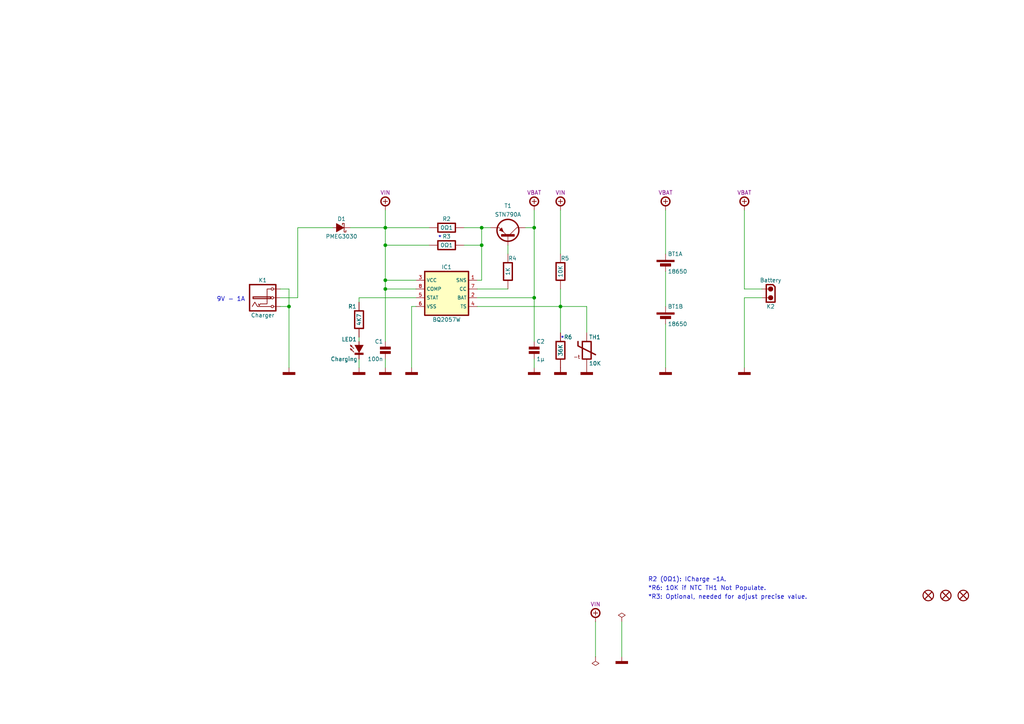
<source format=kicad_sch>
(kicad_sch (version 20211123) (generator eeschema)
  (paper "A4")
  (title_block (title "Charger 2x18650") (date "01/2022") (rev "A") (comment 1 "TBOT - Charger"))
  (lib_symbols
    (symbol "tronixio:BQ2057W" (pin_names (offset 0.5))
      (property "Reference" "IC" (at 0 7.62 0))
      (property "Value" "BQ2057W" (at 0 -7.62 0))
      (symbol "BQ2057W_0_1"
        (rectangle (start -6.35 -6.35) (end 6.35 6.35) (stroke (width 0.4)) (fill (type background)))
      )
      (symbol "BQ2057W_1_1"
        (pin input line (at 8.89 3.81 180) (length 2.54) (name "SNS") (number "1"))
        (pin power_out line (at 8.89 -1.27 180) (length 2.54) (name "BAT") (number "2"))
        (pin power_in line (at -8.89 3.81 0) (length 2.54) (name "VCC") (number "3"))
        (pin input line (at 8.89 -3.81 180) (length 2.54) (name "TS") (number "4"))
        (pin open_collector line (at -8.89 -1.27 0) (length 2.54) (name "STAT") (number "5"))
        (pin power_in line (at -8.89 -3.81 0) (length 2.54) (name "VSS") (number "6"))
        (pin output line (at 8.89 1.27 180) (length 2.54) (name "CC") (number "7"))
        (pin input line (at -8.89 1.27 0) (length 2.54) (name "COMP") (number "8"))
      )
    )
    (symbol "tronixio:C-1206" (pin_numbers hide) (pin_names (offset 0) hide)
      (property "Reference" "C" (at 0.635 2.54 0))
      (property "Value" "C-1206" (at 0.635 -2.54 0))
      (symbol "C-1206_0_1"
        (rectangle (start -1.524 -0.254) (end 1.524 -1.016) (stroke (width 0.001)) (fill (type outline)))
        (rectangle (start -1.524 1.016) (end 1.524 0.254) (stroke (width 0.001)) (fill (type outline)))
      )
      (symbol "C-1206_1_1"
        (pin passive line (at 0 2.54 270) (length 1.905) (name "~") (number "1"))
        (pin passive line (at 0 -2.54 90) (length 1.905) (name "~") (number "2"))
      )
    )
    (symbol "tronixio:CUI-PJ-102AH-TH" (pin_numbers hide) (pin_names (offset 0) hide)
      (property "Reference" "K" (at 0 5.08 0))
      (property "Value" "CUI-PJ-102AH-TH" (at 0 -5.08 0))
      (symbol "CUI-PJ-102AH-TH_0_1"
        (rectangle (start -3.81 -3.81) (end 3.81 3.81) (stroke (width 0.4)))
        (rectangle (start -2.794 0.254) (end 2.286 -0.254) (stroke (width 0.3)))
        (polyline (pts (xy -3.048 -2.54) (xy -2.286 -1.27) (xy -1.524 -2.54) (xy 2.286 -2.54)) (stroke (width 0.2)))
        (polyline (pts (xy -1.27 -1.778) (xy -1.016 -2.286) (xy -0.762 -1.778) (xy 1.27 -1.778) (xy 1.27 2.54) (xy 2.286 2.54)) (stroke (width 0.2)))
        (circle (center 2.794 -2.54) (radius 0.3592) (stroke (width 0.2)))
        (circle (center 2.794 0) (radius 0.3592) (stroke (width 0.2)))
        (circle (center 2.794 2.54) (radius 0.3592) (stroke (width 0.2)))
      )
      (symbol "CUI-PJ-102AH-TH_1_1"
        (pin passive line (at 5.08 0 180) (length 1.905) (name "~") (number "1"))
        (pin passive line (at 5.08 -2.54 180) (length 1.905) (name "~") (number "2"))
        (pin passive line (at 5.08 2.54 180) (length 1.905) (name "~") (number "3"))
      )
    )
    (symbol "tronixio:KEYSTONE-1049" (pin_numbers hide) (pin_names (offset 0) hide)
      (property "Reference" "BT" (at -1.27 2.54 0))
      (property "Value" "KEYSTONE-1049" (at -1.27 -2.54 0))
      (symbol "KEYSTONE-1049_0_1"
        (rectangle (start -2.54 0.762) (end 2.54 0.254) (fill (type outline)))
        (rectangle (start -1.524 -0.254) (end 1.524 -1.016) (fill (type outline)))
      )
      (symbol "KEYSTONE-1049_1_1"
        (pin passive line (at 0 -2.54 90) (length 1.905) (name "-") (number "1"))
        (pin passive line (at 0 2.54 270) (length 1.905) (name "+") (number "2"))
      )
      (symbol "KEYSTONE-1049_2_1"
        (pin passive line (at 0 -2.54 90) (length 1.905) (name "-") (number "3"))
        (pin passive line (at 0 2.54 270) (length 1.905) (name "+") (number "4"))
      )
    )
    (symbol "tronixio:LED-1206-PURPLE" (pin_numbers hide) (pin_names (offset 0) hide)
      (property "Reference" "LED" (at 0 -2.54 0))
      (property "Value" "LED-1206-PURPLE" (at 0 -5.08 0))
      (symbol "LED-1206-PURPLE_0_1"
        (rectangle (start -1.27 1.27) (end -0.762 -1.27) (stroke (width 0.001)) (fill (type outline)))
        (polyline (pts (xy 1.524 -1.27) (xy 1.524 1.27) (xy -0.762 0) (xy 1.524 -1.27)) (stroke (width 0.001)) (fill (type outline)))
        (polyline (pts (xy -0.508 1.524) (xy 0.508 2.54) (xy 0.254 2.032) (xy 0 2.286) (xy 0.508 2.54)) (stroke (width 0.2)))
        (polyline (pts (xy 0.508 1.524) (xy 1.524 2.54) (xy 1.27 2.032) (xy 1.016 2.286) (xy 1.524 2.54)) (stroke (width 0.2)))
      )
      (symbol "LED-1206-PURPLE_1_1"
        (pin passive line (at -2.54 0 0) (length 1.27) (name "K") (number "1"))
        (pin passive line (at 2.54 0 180) (length 1.27) (name "A") (number "2"))
      )
    )
    (symbol "tronixio:MOLEX-MINI-SPOX-02-RIGHT-ANGLE" (pin_numbers hide) (pin_names (offset 0) hide)
      (property "Reference" "K" (at 0 2.54 0))
      (property "Value" "MOLEX-MINI-SPOX-02-RIGHT-ANGLE" (at 0 -5.08 0))
      (symbol "MOLEX-MINI-SPOX-02-RIGHT-ANGLE_0_1"
        (circle (center 0 -2.54) (radius 0.635) (stroke (width 0.2)) (fill (type outline)))
        (polyline (pts (xy -1.27 -3.81) (xy 1.27 -3.81) (xy 1.27 0.635) (xy 0.635 1.27) (xy -1.27 1.27) (xy -1.27 -3.81)) (stroke (width 0.4)))
        (circle (center 0 0) (radius 0.635) (stroke (width 0.2)) (fill (type outline)))
      )
      (symbol "MOLEX-MINI-SPOX-02-RIGHT-ANGLE_1_1"
        (pin passive line (at -2.54 0 0) (length 1.905) (name "1") (number "1"))
        (pin passive line (at -2.54 -2.54 0) (length 1.905) (name "2") (number "2"))
      )
    )
    (symbol "tronixio:MOUNTING-HOLE-MASK-3MM" (pin_numbers hide) (pin_names (offset 0) hide)
      (symbol "MOUNTING-HOLE-MASK-3MM_0_1"
        (polyline (pts (xy -1.016 -1.016) (xy 1.016 1.016)) (stroke (width 0.3)))
        (polyline (pts (xy 1.016 -1.016) (xy -1.016 1.016)) (stroke (width 0.3)))
        (circle (center 0 0) (radius 1.524) (stroke (width 0.3)))
      )
    )
    (symbol "tronixio:PMEG3030" (pin_numbers hide) (pin_names (offset 0) hide)
      (property "Reference" "D" (at 0 2.54 0))
      (property "Value" "PMEG3030" (at 0 -2.54 0))
      (symbol "PMEG3030_0_1"
        (polyline (pts (xy 1.524 -1.27) (xy 1.524 1.27) (xy -0.762 0) (xy 1.524 -1.27)) (stroke (width 0.001)) (fill (type outline)))
        (polyline (pts (xy -0.254 -0.762) (xy -0.254 -1.27) (xy -0.762 -1.27) (xy -0.762 1.27) (xy -1.27 1.27) (xy -1.27 0.762)) (stroke (width 0.2)))
      )
      (symbol "PMEG3030_1_1"
        (pin passive line (at -2.54 0 0) (length 1.905) (name "C") (number "1"))
        (pin passive line (at 2.54 0 180) (length 1.27) (name "A") (number "2"))
      )
    )
    (symbol "tronixio:POWER-GND" (power) (pin_numbers hide) (pin_names (offset 0) hide)
      (symbol "POWER-GND_0_1"
        (rectangle (start -1.778 -2.032) (end 1.778 -1.27) (stroke (width 0.001)) (fill (type outline)))
      )
      (symbol "POWER-GND_1_1"
        (pin power_in line (at 0 0 270) (length 1.27) (name "GND") (number "1"))
      )
    )
    (symbol "tronixio:POWER-VBAT" (power) (pin_numbers hide) (pin_names (offset 0) hide)
      (property "Name" "VBAT" (at 0 5.08 0))
      (symbol "POWER-VBAT_0_1"
        (polyline (pts (xy -0.635 2.54) (xy 0.635 2.54)) (stroke (width 0.2)))
        (polyline (pts (xy 0 1.905) (xy 0 3.175)) (stroke (width 0.2)))
        (circle (center 0 2.54) (radius 1.27) (stroke (width 0.4)))
      )
      (symbol "POWER-VBAT_1_1"
        (pin power_in line (at 0 0 90) (length 1.27) (name "VBAT") (number "1"))
      )
    )
    (symbol "tronixio:POWER-VIN" (power) (pin_numbers hide) (pin_names (offset 0) hide)
      (property "Name" "VIN" (at 0 5.08 0))
      (symbol "POWER-VIN_0_1"
        (polyline (pts (xy -0.635 2.54) (xy 0.635 2.54)) (stroke (width 0.2)))
        (polyline (pts (xy 0 1.905) (xy 0 3.175)) (stroke (width 0.2)))
        (circle (center 0 2.54) (radius 1.27) (stroke (width 0.4)))
      )
      (symbol "POWER-VIN_1_1"
        (pin power_in line (at 0 0 90) (length 1.27) (name "VIN") (number "1"))
      )
    )
    (symbol "tronixio:PWR_FLAG" (power) (pin_numbers hide) (pin_names (offset 0) hide)
      (symbol "PWR_FLAG_0_0"
        (pin power_out line (at 0 0 90) (length 0) (name "pwr") (number "1"))
      )
      (symbol "PWR_FLAG_0_1"
        (polyline (pts (xy 0 0) (xy 0 1.27) (xy -1.016 1.905) (xy 0 2.54) (xy 1.016 1.905) (xy 0 1.27)))
      )
    )
    (symbol "tronixio:R-1206" (pin_numbers hide) (pin_names (offset 0) hide)
      (property "Reference" "R" (at 2.54 0 90))
      (property "Value" "R-1206" (at 0 0 90))
      (symbol "R-1206_0_1"
        (rectangle (start -1.27 -2.54) (end 1.27 2.54) (stroke (width 0.4)))
      )
      (symbol "R-1206_1_1"
        (pin passive line (at 0 5.08 270) (length 2.54) (name "~") (number "1"))
        (pin passive line (at 0 -5.08 90) (length 2.54) (name "~") (number "2"))
      )
    )
    (symbol "tronixio:R-1210" (pin_numbers hide) (pin_names (offset 0) hide)
      (property "Reference" "R" (at 2.54 0 90))
      (property "Value" "R-1210" (at 0 0 90))
      (symbol "R-1210_0_1"
        (rectangle (start -1.27 -2.54) (end 1.27 2.54) (stroke (width 0.4)))
      )
      (symbol "R-1210_1_1"
        (pin passive line (at 0 5.08 270) (length 2.54) (name "~") (number "1"))
        (pin passive line (at 0 -5.08 90) (length 2.54) (name "~") (number "2"))
      )
    )
    (symbol "tronixio:STN790A" (pin_numbers hide) (pin_names (offset 0) hide)
      (property "Reference" "Q" (at 5.08 1.27 0))
      (property "Value" "STN790A" (at 5.08 -1.27 0))
      (symbol "STN790A_0_1"
        (polyline (pts (xy 0.635 0.635) (xy 2.54 2.54)))
        (polyline (pts (xy 0.635 -0.635) (xy 2.54 -2.54) (xy 2.54 -2.54)))
        (polyline (pts (xy 1.27 -1.27) (xy 2.54 -1.778) (xy 1.778 -2.54) (xy 1.27 -1.27)) (stroke (width 0.001)) (fill (type outline)))
        (rectangle (start 0 1.905) (end 0.635 -1.905) (stroke (width 0.1)) (fill (type outline)))
        (circle (center 1.778 0) (radius 3.175) (stroke (width 0.4)))
      )
      (symbol "STN790A_1_1"
        (pin input line (at -2.54 0 0) (length 2.54) (name "B") (number "1"))
        (pin passive line (at 2.54 5.08 270) (length 2.54) (name "C") (number "2"))
        (pin passive line (at 2.54 -5.08 90) (length 2.54) (name "E") (number "3"))
      )
    )
    (symbol "tronixio:THERMISTOR-NTC-10K" (pin_numbers hide) (pin_names (offset 0) hide)
      (property "Reference" "TH" (at 1.27 3.81 0))
      (property "Value" "THERMISTOR-NTC-10K" (at 1.27 -3.81 0))
      (symbol "THERMISTOR-NTC-10K_0_0"
        (text "-t" (at -1.905 -1.905 0) (effects (font (size 1 1)) (justify right)))
      )
      (symbol "THERMISTOR-NTC-10K_0_1"
        (rectangle (start -1.27 -2.54) (end 1.27 2.54) (stroke (width 0.4)))
        (polyline (pts (xy -2.54 2.54) (xy -2.54 1.27) (xy 2.54 -1.27)) (stroke (width 0.4)))
      )
      (symbol "THERMISTOR-NTC-10K_1_1"
        (pin passive line (at 0 5.08 270) (length 2.54) (name "~") (number "1"))
        (pin passive line (at 0 -5.08 90) (length 2.54) (name "~") (number "2"))
      )
    )
  )
  (junction (at 111.76 66.04) (diameter 0.9144))
  (junction (at 111.76 83.82) (diameter 0.9144))
  (junction (at 139.7 71.12) (diameter 0.9144))
  (junction (at 83.82 88.9) (diameter 0.9144))
  (junction (at 111.76 81.28) (diameter 0.9144))
  (junction (at 162.56 88.9) (diameter 0.9144))
  (junction (at 111.76 71.12) (diameter 0.9144))
  (junction (at 139.7 66.04) (diameter 0.9144))
  (junction (at 154.94 66.04) (diameter 0.9144))
  (junction (at 154.94 86.36) (diameter 0.9144))
  (wire (pts (xy 162.56 88.9) (xy 170.18 88.9)))
  (wire (pts (xy 170.18 96.52) (xy 170.18 88.9)))
  (wire (pts (xy 86.36 66.04) (xy 86.36 86.36)))
  (wire (pts (xy 139.7 71.12) (xy 139.7 81.28)))
  (wire (pts (xy 104.14 97.79) (xy 104.14 99.06)))
  (wire (pts (xy 215.9 86.36) (xy 220.98 86.36)))
  (wire (pts (xy 138.43 81.28) (xy 139.7 81.28)))
  (wire (pts (xy 138.43 88.9) (xy 162.56 88.9)))
  (wire (pts (xy 111.76 60.96) (xy 111.76 66.04)))
  (wire (pts (xy 111.76 66.04) (xy 111.76 71.12)))
  (wire (pts (xy 111.76 71.12) (xy 111.76 81.28)))
  (wire (pts (xy 101.6 66.04) (xy 111.76 66.04)))
  (wire (pts (xy 111.76 104.14) (xy 111.76 106.68)))
  (wire (pts (xy 215.9 86.36) (xy 215.9 106.68)))
  (wire (pts (xy 119.38 88.9) (xy 119.38 106.68)))
  (wire (pts (xy 120.65 88.9) (xy 119.38 88.9)))
  (wire (pts (xy 111.76 83.82) (xy 120.65 83.82)))
  (wire (pts (xy 111.76 81.28) (xy 111.76 83.82)))
  (wire (pts (xy 120.65 81.28) (xy 111.76 81.28)))
  (wire (pts (xy 138.43 86.36) (xy 154.94 86.36)))
  (wire (pts (xy 81.28 86.36) (xy 86.36 86.36)))
  (wire (pts (xy 154.94 104.14) (xy 154.94 106.68)))
  (wire (pts (xy 138.43 83.82) (xy 147.32 83.82)))
  (wire (pts (xy 193.04 60.96) (xy 193.04 73.66)))
  (wire (pts (xy 134.62 66.04) (xy 139.7 66.04)))
  (wire (pts (xy 139.7 66.04) (xy 142.24 66.04)))
  (wire (pts (xy 193.04 78.74) (xy 193.04 88.9)))
  (wire (pts (xy 162.56 60.96) (xy 162.56 73.66)))
  (wire (pts (xy 152.4 66.04) (xy 154.94 66.04)))
  (wire (pts (xy 215.9 60.96) (xy 215.9 83.82)))
  (wire (pts (xy 154.94 86.36) (xy 154.94 99.06)))
  (wire (pts (xy 111.76 71.12) (xy 124.46 71.12)))
  (wire (pts (xy 172.72 180.34) (xy 172.72 190.5)))
  (wire (pts (xy 104.14 86.36) (xy 104.14 87.63)))
  (wire (pts (xy 147.32 71.12) (xy 147.32 73.66)))
  (wire (pts (xy 215.9 83.82) (xy 220.98 83.82)))
  (wire (pts (xy 193.04 93.98) (xy 193.04 106.68)))
  (wire (pts (xy 86.36 66.04) (xy 96.52 66.04)))
  (wire (pts (xy 81.28 83.82) (xy 83.82 83.82)))
  (wire (pts (xy 83.82 83.82) (xy 83.82 88.9)))
  (wire (pts (xy 83.82 88.9) (xy 83.82 106.68)))
  (wire (pts (xy 81.28 88.9) (xy 83.82 88.9)))
  (wire (pts (xy 180.34 180.34) (xy 180.34 190.5)))
  (wire (pts (xy 134.62 71.12) (xy 139.7 71.12)))
  (wire (pts (xy 139.7 71.12) (xy 139.7 66.04)))
  (wire (pts (xy 162.56 83.82) (xy 162.56 88.9)))
  (wire (pts (xy 162.56 88.9) (xy 162.56 96.52)))
  (wire (pts (xy 120.65 86.36) (xy 104.14 86.36)))
  (wire (pts (xy 154.94 60.96) (xy 154.94 66.04)))
  (wire (pts (xy 154.94 66.04) (xy 154.94 86.36)))
  (wire (pts (xy 104.14 104.14) (xy 104.14 106.68)))
  (wire (pts (xy 111.76 66.04) (xy 124.46 66.04)))
  (wire (pts (xy 111.76 83.82) (xy 111.76 99.06)))
  (text "R2 (0Ω1): ICharge ~1A." (at 187.96 168.91 0) (effects (font (size 1.27 1.27)) (justify left bottom)))
  (text "*" (at 127 69.85 0) (effects (font (size 1.27 1.27)) (justify left bottom)))
  (text "*R3: Optional, needed for adjust precise value." (at 187.96 173.99 0) (effects (font (size 1.27 1.27)) (justify left bottom)))
  (text "9V - 1A" (at 71.12 87.63 180) (effects (font (size 1.27 1.27)) (justify right bottom)))
  (text "*" (at 162.56 99.06 0) (effects (font (size 1.27 1.27)) (justify left bottom)))
  (text "*R6: 10K if NTC TH1 Not Populate." (at 187.96 171.45 0) (effects (font (size 1.27 1.27)) (justify left bottom)))
  (symbol (lib_id "tronixio:R-1206") (at 147.32 78.74 180) (unit 1)
    (property "Reference" "R4" (at 149.86 74.93 0) (effects (font (size 1.15 1.15)) (justify left)))
    (property "Value" "1K" (at 147.32 78.74 90) (effects (font (size 1.15 1.15))))
    (property "Footprint" "tronixio:RESISTOR-1206" (effects hide))
  )
  (symbol (lib_id "tronixio:POWER-GND") (at 162.56 106.68 0) (unit 1)
    (property "Reference" "#PWR010" (effects hide))
    (property "Value" "POWER-GND" (effects hide))
  )
  (symbol (lib_id "tronixio:KEYSTONE-1049") (at 193.04 76.2 0) (unit 1)
    (property "Reference" "BT1" (at 193.675 73.66 0) (effects (font (size 1.15 1.15)) (justify left)))
    (property "Value" "18650" (at 193.675 78.74 0) (effects (font (size 1.15 1.15)) (justify left)))
    (property "Footprint" "tronixio:KEYSTONE-1049" (effects hide))
    (property "Datasheet" "http://www.keyelco.com/product.cfm/product_id/921" (effects hide))
    (property "MOUSER" "534-1049" (effects hide))
  )
  (symbol (lib_id "tronixio:LED-1206-PURPLE") (at 104.14 101.6 90) (unit 1)
    (property "Reference" "LED1" (at 99.06 98.425 90) (effects (font (size 1.15 1.15)) (justify right)))
    (property "Value" "Charging" (at 95.885 104.1399 90) (effects (font (size 1.15 1.15)) (justify right)))
    (property "Footprint" "tronixio:LED-1206" (effects hide))
    (property "Datasheet" "https://www.kingbrightusa.com/images/catalog/SPEC/APTR3216-VFX.pdf" (effects hide))
    (property "MOUSER" "604-APTR3216-VFX" (effects hide))
  )
  (symbol (lib_id "tronixio:CUI-PJ-102AH-TH") (at 76.2 86.36 0) (unit 1)
    (property "Reference" "K1" (at 76.2 81.28 0) (effects (font (size 1.15 1.15))))
    (property "Value" "Charger" (at 76.2 91.44 0) (effects (font (size 1.15 1.15))))
    (property "Footprint" "tronixio:CUI-PJ-102AH" (effects hide))
    (property "Datasheet" "https://www.cuidevices.com/product/interconnect/connectors/dc-power-connectors/jacks/pj-102ah" (effects hide))
    (property "MOUSER" "490-PJ-102AH" (effects hide))
  )
  (symbol (lib_id "tronixio:POWER-VBAT") (at 154.94 60.96 0) (unit 1)
    (property "Reference" "#PWR07" (effects hide))
    (property "Value" "POWER-VBAT" (effects hide))
    (property "Name" "VBAT" (at 154.94 55.88 0) (effects (font (size 1.15 1.15))))
  )
  (symbol (lib_id "tronixio:BQ2057W") (at 129.54 85.09 0) (unit 1)
    (property "Reference" "IC1" (at 129.54 77.47 0) (effects (font (size 1.15 1.15))))
    (property "Value" "BQ2057W" (at 129.54 92.71 0) (effects (font (size 1.15 1.15))))
    (property "Footprint" "tronixio:SOIC-08" (effects hide))
    (property "Datasheet" "https://www.ti.com/product/BQ2057W" (effects hide))
    (property "MOUSER" "595-BQ2057WSN" (effects hide))
  )
  (symbol (lib_id "tronixio:POWER-GND") (at 154.94 106.68 0) (unit 1)
    (property "Reference" "#PWR08" (effects hide))
    (property "Value" "POWER-GND" (effects hide))
  )
  (symbol (lib_id "tronixio:R-1210") (at 129.54 66.04 90) (unit 1)
    (property "Reference" "R2" (at 129.54 63.5 90) (effects (font (size 1.15 1.15))))
    (property "Value" "0Ω1" (at 129.54 66.04 90) (effects (font (size 1.15 1.15))))
    (property "Footprint" "tronixio:RESISTOR-1210" (effects hide))
  )
  (symbol (lib_id "tronixio:KEYSTONE-1049") (at 193.04 91.44 0) (unit 2)
    (property "Reference" "BT1" (at 193.675 88.9 0) (effects (font (size 1.15 1.15)) (justify left)))
    (property "Value" "18650" (at 193.675 93.98 0) (effects (font (size 1.15 1.15)) (justify left)))
    (property "Footprint" "tronixio:KEYSTONE-1049" (effects hide))
    (property "Datasheet" "http://www.keyelco.com/product.cfm/product_id/921" (effects hide))
    (property "MOUSER" "534-1049" (effects hide))
  )
  (symbol (lib_id "tronixio:POWER-VBAT") (at 215.9 60.96 0) (unit 1)
    (property "Reference" "#PWR016" (effects hide))
    (property "Value" "POWER-VBAT" (effects hide))
    (property "Name" "VBAT" (at 215.9 55.88 0) (effects (font (size 1.15 1.15))))
  )
  (symbol (lib_id "tronixio:POWER-GND") (at 193.04 106.68 0) (unit 1)
    (property "Reference" "#PWR015" (effects hide))
    (property "Value" "POWER-GND" (effects hide))
  )
  (symbol (lib_id "tronixio:C-1206") (at 154.94 101.6 0) (unit 1)
    (property "Reference" "C2" (at 155.575 99.06 0) (effects (font (size 1.15 1.15)) (justify left)))
    (property "Value" "1µ" (at 155.575 104.14 0) (effects (font (size 1.15 1.15)) (justify left)))
    (property "Footprint" "tronixio:CAPACITOR-1206" (effects hide))
  )
  (symbol (lib_id "tronixio:POWER-GND") (at 83.82 106.68 0) (unit 1)
    (property "Reference" "#PWR01" (effects hide))
    (property "Value" "POWER-GND" (effects hide))
  )
  (symbol (lib_id "tronixio:POWER-VIN") (at 162.56 60.96 0) (unit 1)
    (property "Reference" "#PWR09" (effects hide))
    (property "Value" "POWER-VCC" (effects hide))
    (property "Name" "VIN" (at 162.56 55.88 0) (effects (font (size 1.15 1.15))))
  )
  (symbol (lib_id "tronixio:MOUNTING-HOLE-MASK-3MM") (at 274.32 172.72 0) (unit 1)
    (property "Reference" "H2" (effects hide))
    (property "Value" "MOUNTING-HOLE-MASK-3MM" (effects hide))
    (property "Footprint" "tronixio:M3-MASK" (effects hide))
  )
  (symbol (lib_id "tronixio:R-1206") (at 104.14 92.71 180) (unit 1)
    (property "Reference" "R1" (at 100.965 88.9 0) (effects (font (size 1.15 1.15)) (justify right)))
    (property "Value" "4K7" (at 104.14 92.71 90) (effects (font (size 1.15 1.15))))
    (property "Footprint" "tronixio:RESISTOR-1206" (effects hide))
  )
  (symbol (lib_id "tronixio:POWER-VIN") (at 111.76 60.96 0) (unit 1)
    (property "Reference" "#PWR04" (effects hide))
    (property "Value" "POWER-VCC" (effects hide))
    (property "Name" "VIN" (at 111.76 55.88 0) (effects (font (size 1.15 1.15))))
  )
  (symbol (lib_id "tronixio:STN790A") (at 147.32 68.58 270) (mirror x) (unit 1)
    (property "Reference" "T1" (at 147.32 59.69 90) (effects (font (size 1.15 1.15))))
    (property "Value" "STN790A" (at 147.32 62.23 90) (effects (font (size 1.15 1.15))))
    (property "Footprint" "tronixio:SOT-223-3" (effects hide))
    (property "Datasheet" "https://www.st.com/content/st_com/en/products/power-transistors/power-bipolar/lt-500v-transistors/stn790a.html" (effects hide))
    (property "MOUSER" "511-STN790A" (effects hide))
  )
  (symbol (lib_id "tronixio:POWER-VBAT") (at 193.04 60.96 0) (unit 1)
    (property "Reference" "#PWR014" (effects hide))
    (property "Value" "POWER-VBAT" (effects hide))
    (property "Name" "VBAT" (at 193.04 55.88 0) (effects (font (size 1.15 1.15))))
  )
  (symbol (lib_id "tronixio:MOUNTING-HOLE-MASK-3MM") (at 279.4 172.72 0) (unit 1)
    (property "Reference" "H3" (effects hide))
    (property "Value" "MOUNTING-HOLE-MASK-3MM" (effects hide))
    (property "Footprint" "tronixio:M3-MASK" (effects hide))
  )
  (symbol (lib_id "tronixio:POWER-VIN") (at 172.72 180.34 0) (unit 1)
    (property "Reference" "#PWR012" (effects hide))
    (property "Value" "POWER-VCC" (effects hide))
    (property "Name" "VIN" (at 172.72 175.26 0) (effects (font (size 1.15 1.15))))
  )
  (symbol (lib_id "tronixio:MOLEX-MINI-SPOX-02-RIGHT-ANGLE") (at 223.52 83.82 0) (unit 1)
    (property "Reference" "K2" (at 223.52 88.9 0) (effects (font (size 1.15 1.15))))
    (property "Value" "Battery" (at 223.52 81.28 0) (effects (font (size 1.15 1.15))))
    (property "Footprint" "tronixio:MOLEX-22057025" (effects hide))
    (property "Datasheet" "https://www.molex.com/molex/products/part-detail/pcb_headers/0022057025" (effects hide))
    (property "MOUSER" "538-22-05-7025" (effects hide))
  )
  (symbol (lib_id "tronixio:C-1206") (at 111.76 101.6 0) (unit 1)
    (property "Reference" "C1" (at 111.125 99.06 0) (effects (font (size 1.15 1.15)) (justify right)))
    (property "Value" "100n" (at 111.125 104.14 0) (effects (font (size 1.15 1.15)) (justify right)))
    (property "Footprint" "tronixio:CAPACITOR-1206" (effects hide))
  )
  (symbol (lib_id "tronixio:POWER-GND") (at 215.9 106.68 0) (unit 1)
    (property "Reference" "#PWR017" (effects hide))
    (property "Value" "POWER-GND" (effects hide))
  )
  (symbol (lib_id "tronixio:R-1206") (at 162.56 78.74 180) (unit 1)
    (property "Reference" "R5" (at 165.1 74.93 0) (effects (font (size 1.15 1.15)) (justify left)))
    (property "Value" "10K" (at 162.56 78.74 90) (effects (font (size 1.15 1.15))))
    (property "Footprint" "tronixio:RESISTOR-1206" (effects hide))
  )
  (symbol (lib_id "tronixio:R-1210") (at 129.54 71.12 90) (unit 1)
    (property "Reference" "R3" (at 129.54 68.58 90) (effects (font (size 1.15 1.15))))
    (property "Value" "0Ω1" (at 129.54 71.12 90) (effects (font (size 1.15 1.15))))
    (property "Footprint" "tronixio:RESISTOR-1210" (effects hide))
  )
  (symbol (lib_id "tronixio:POWER-GND") (at 119.38 106.68 0) (unit 1)
    (property "Reference" "#PWR06" (effects hide))
    (property "Value" "POWER-GND" (effects hide))
  )
  (symbol (lib_id "tronixio:MOUNTING-HOLE-MASK-3MM") (at 269.24 172.72 0) (unit 1)
    (property "Reference" "H1" (effects hide))
    (property "Value" "MOUNTING-HOLE-MASK-3MM" (effects hide))
    (property "Footprint" "tronixio:M3-MASK" (effects hide))
  )
  (symbol (lib_id "tronixio:POWER-GND") (at 180.34 190.5 0) (unit 1)
    (property "Reference" "#PWR013" (effects hide))
    (property "Value" "POWER-GND" (effects hide))
  )
  (symbol (lib_id "tronixio:POWER-GND") (at 104.14 106.68 0) (unit 1)
    (property "Reference" "#PWR03" (effects hide))
    (property "Value" "POWER-GND" (effects hide))
  )
  (symbol (lib_id "tronixio:POWER-GND") (at 111.76 106.68 0) (unit 1)
    (property "Reference" "#PWR05" (effects hide))
    (property "Value" "POWER-GND" (effects hide))
  )
  (symbol (lib_id "tronixio:THERMISTOR-NTC-10K") (at 170.18 101.6 0) (unit 1)
    (property "Reference" "TH1" (at 170.815 97.79 0) (effects (font (size 1.15 1.15)) (justify left)))
    (property "Value" "10K" (at 170.815 105.41 0) (effects (font (size 1.15 1.15)) (justify left)))
    (property "Footprint" "tronixio:THERMISTOR" (effects hide))
    (property "Datasheet" "http://www.vishay.com/product?docid=29154" (effects hide))
    (property "MOUSER" "594-NTCLE213E3103FL" (effects hide))
  )
  (symbol (lib_id "tronixio:R-1206") (at 162.56 101.6 180) (unit 1)
    (property "Reference" "R6" (at 166 97.79 0) (effects (font (size 1.15 1.15)) (justify left)))
    (property "Value" "36K" (at 162.56 101.6 90) (effects (font (size 1.15 1.15))))
    (property "Footprint" "tronixio:RESISTOR-1206" (effects hide))
  )
  (symbol (lib_id "tronixio:POWER-GND") (at 170.18 106.68 0) (unit 1)
    (property "Reference" "#PWR011" (effects hide))
    (property "Value" "POWER-GND" (effects hide))
  )
  (symbol (lib_id "tronixio:PMEG3030") (at 99.06 66.04 180) (unit 1)
    (property "Reference" "D1" (at 99.06 63.5 0) (effects (font (size 1.15 1.15))))
    (property "Value" "PMEG3030" (at 99.06 68.58 0) (effects (font (size 1.15 1.15))))
    (property "Footprint" "tronixio:SOD-128" (effects hide))
    (property "Datasheet" "https://www.nexperia.com/search.html?q=pmeg3030&searchCategory=product" (effects hide))
    (property "MOUSER" "771-PMEG3030EP115" (effects hide))
  )
  (symbol (lib_id "tronixio:PWR_FLAG") (at 172.72 190.5 180) (unit 1)
    (property "Reference" "#FLG01" (effects hide))
    (property "Value" "PWR_FLAG" (effects hide))
  )
  (symbol (lib_id "tronixio:PWR_FLAG") (at 180.34 180.34 0) (unit 1)
    (property "Reference" "#FLG02" (effects hide))
    (property "Value" "PWR_FLAG" (effects hide))
  )
)
</source>
